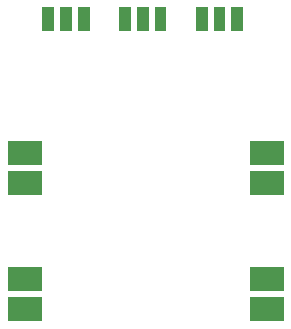
<source format=gbp>
G04 Layer: BottomPasteMaskLayer*
G04 EasyEDA v6.1.48, Wed, 22 May 2019 01:04:44 GMT*
G04 0b5e94fe1834435c81e6262c9c592282,60a67b2131f5436da047494d80ae1115,10*
G04 Gerber Generator version 0.2*
G04 Scale: 100 percent, Rotated: No, Reflected: No *
G04 Dimensions in millimeters *
G04 leading zeros omitted , absolute positions ,3 integer and 3 decimal *
%FSLAX33Y33*%
%MOMM*%
G90*
G71D02*

%ADD22R,2.999994X2.032000*%

%LPD*%
G36*
G01X73498Y41002D02*
G01X73498Y43002D01*
G01X74498Y43002D01*
G01X74498Y41002D01*
G01X73498Y41002D01*
G37*
G36*
G01X74998Y41002D02*
G01X74998Y43002D01*
G01X75998Y43002D01*
G01X75998Y41002D01*
G01X74998Y41002D01*
G37*
G36*
G01X76498Y41002D02*
G01X76498Y43002D01*
G01X77498Y43002D01*
G01X77498Y41002D01*
G01X76498Y41002D01*
G37*
G36*
G01X79998Y41002D02*
G01X79998Y43002D01*
G01X80998Y43002D01*
G01X80998Y41002D01*
G01X79998Y41002D01*
G37*
G36*
G01X81498Y41002D02*
G01X81498Y43002D01*
G01X82498Y43002D01*
G01X82498Y41002D01*
G01X81498Y41002D01*
G37*
G36*
G01X82998Y41002D02*
G01X82998Y43002D01*
G01X83998Y43002D01*
G01X83998Y41002D01*
G01X82998Y41002D01*
G37*
G36*
G01X86498Y41002D02*
G01X86498Y43002D01*
G01X87498Y43002D01*
G01X87498Y41002D01*
G01X86498Y41002D01*
G37*
G36*
G01X87998Y41002D02*
G01X87998Y43002D01*
G01X88998Y43002D01*
G01X88998Y41002D01*
G01X87998Y41002D01*
G37*
G36*
G01X89498Y41002D02*
G01X89498Y43002D01*
G01X90498Y43002D01*
G01X90498Y41002D01*
G01X89498Y41002D01*
G37*
G54D22*
G01X92499Y17500D03*
G01X92499Y20040D03*
G01X92499Y28168D03*
G01X92499Y30708D03*
G01X72000Y19999D03*
G01X72000Y17459D03*
G01X72000Y28127D03*
G01X72000Y30667D03*
M00*
M02*

</source>
